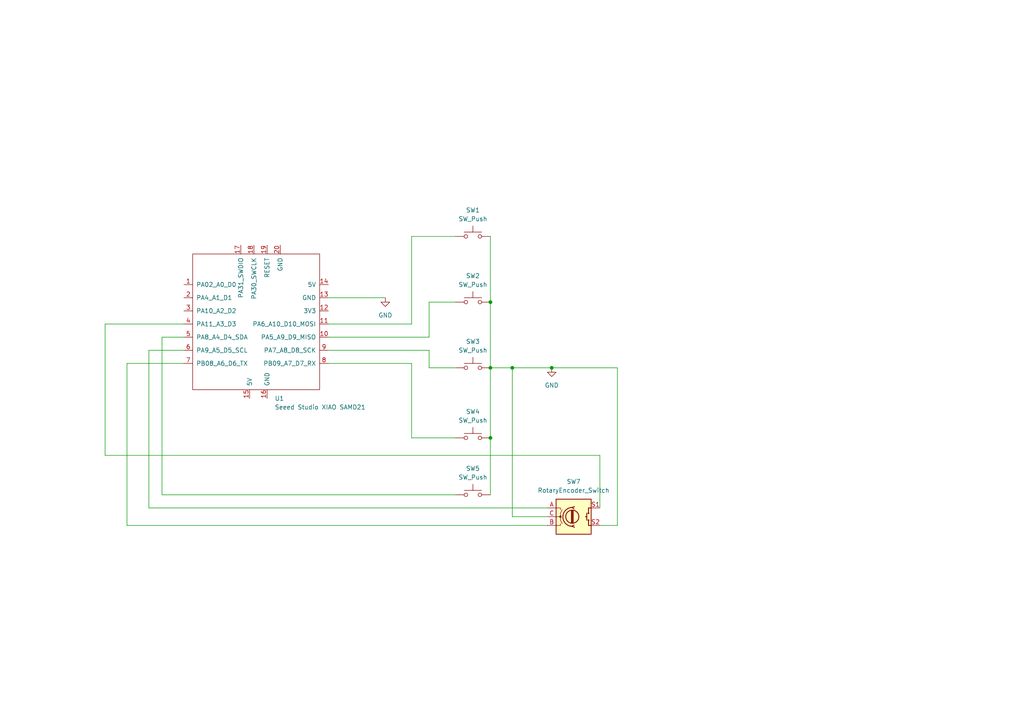
<source format=kicad_sch>
(kicad_sch (version 20231120) (generator "eeschema") (generator_version "8.0")
  (paper "A4")
  (lib_symbols
    (symbol "Device:RotaryEncoder_Switch" (pin_names (offset 0.254) hide)
      (property "Reference" "SW" (at 0 6.604 0))
      (property "Value" "RotaryEncoder_Switch" (at 0 -6.604 0))
      (symbol "RotaryEncoder_Switch_0_1"
        (rectangle (start -5.08 5.08) (end 5.08 -5.08) (stroke (width 0.254)) (fill (type background)))
        (circle (center -3.81 0) (radius 0.254) (fill (type outline)))
        (circle (center -0.381 0) (radius 1.905) (stroke (width 0.254)))
        (arc (start -0.381 2.667) (mid -3.0988 -0.0635) (end -0.381 -2.794) (stroke (width 0.254)))
        (polyline (pts (xy -0.635 -1.778) (xy -0.635 1.778)) (stroke (width 0.254)))
        (polyline (pts (xy -0.381 -1.778) (xy -0.381 1.778)) (stroke (width 0.254)))
        (polyline (pts (xy -0.127 1.778) (xy -0.127 -1.778)) (stroke (width 0.254)))
        (polyline (pts (xy 3.81 0) (xy 3.429 0)) (stroke (width 0.254)))
        (polyline (pts (xy 3.81 1.016) (xy 3.81 -1.016)) (stroke (width 0.254)))
        (polyline (pts (xy -5.08 -2.54) (xy -3.81 -2.54) (xy -3.81 -2.032)))
        (polyline (pts (xy -5.08 2.54) (xy -3.81 2.54) (xy -3.81 2.032)))
        (polyline (pts (xy 0.254 -3.048) (xy -0.508 -2.794) (xy 0.127 -2.413)) (stroke (width 0.254)))
        (polyline (pts (xy 0.254 2.921) (xy -0.508 2.667) (xy 0.127 2.286)) (stroke (width 0.254)))
        (polyline (pts (xy 5.08 -2.54) (xy 4.318 -2.54) (xy 4.318 -1.016)) (stroke (width 0.254)))
        (polyline (pts (xy 5.08 2.54) (xy 4.318 2.54) (xy 4.318 1.016)) (stroke (width 0.254)))
        (polyline (pts (xy -5.08 0) (xy -3.81 0) (xy -3.81 -1.016) (xy -3.302 -2.032)))
        (polyline (pts (xy -4.318 0) (xy -3.81 0) (xy -3.81 1.016) (xy -3.302 2.032)))
        (circle (center 4.318 -1.016) (radius 0.127) (stroke (width 0.254)))
        (circle (center 4.318 1.016) (radius 0.127) (stroke (width 0.254)))
      )
      (symbol "RotaryEncoder_Switch_1_1"
        (pin passive line (at -7.62 2.54 0) (length 2.54) (name "A") (number "A"))
        (pin passive line (at -7.62 -2.54 0) (length 2.54) (name "B") (number "B"))
        (pin passive line (at -7.62 0 0) (length 2.54) (name "C") (number "C"))
        (pin passive line (at 7.62 2.54 180) (length 2.54) (name "S1") (number "S1"))
        (pin passive line (at 7.62 -2.54 180) (length 2.54) (name "S2") (number "S2"))
      )
    )
    (symbol "Seeed_Studio_XIAO_Series:Seeed Studio XIAO SAMD21" (pin_names (offset 1.016))
      (property "Reference" "U" (at -19.05 22.86 0))
      (property "Value" "Seeed Studio XIAO SAMD21" (at -12.7 21.59 0))
      (symbol "Seeed Studio XIAO SAMD21_0_1"
        (rectangle (start -19.05 20.32) (end 17.78 -19.05))
      )
      (symbol "Seeed Studio XIAO SAMD21_1_1"
        (pin unspecified line (at -21.59 11.43 0) (length 2.54) (name "PA02_A0_D0") (number "1"))
        (pin unspecified line (at 20.32 -3.81 180) (length 2.54) (name "PA5_A9_D9_MISO") (number "10"))
        (pin unspecified line (at 20.32 0 180) (length 2.54) (name "PA6_A10_D10_MOSI") (number "11"))
        (pin unspecified line (at 20.32 3.81 180) (length 2.54) (name "3V3") (number "12"))
        (pin unspecified line (at 20.32 7.62 180) (length 2.54) (name "GND") (number "13"))
        (pin unspecified line (at 20.32 11.43 180) (length 2.54) (name "5V") (number "14"))
        (pin input line (at -2.54 -21.59 90) (length 2.54) (name "5V") (number "15"))
        (pin input line (at 2.54 -21.59 90) (length 2.54) (name "GND") (number "16"))
        (pin input line (at -5.08 22.86 270) (length 2.54) (name "PA31_SWDIO") (number "17"))
        (pin input line (at -1.27 22.86 270) (length 2.54) (name "PA30_SWCLK") (number "18"))
        (pin input line (at 2.54 22.86 270) (length 2.54) (name "RESET") (number "19"))
        (pin unspecified line (at -21.59 7.62 0) (length 2.54) (name "PA4_A1_D1") (number "2"))
        (pin input line (at 6.35 22.86 270) (length 2.54) (name "GND") (number "20"))
        (pin unspecified line (at -21.59 3.81 0) (length 2.54) (name "PA10_A2_D2") (number "3"))
        (pin unspecified line (at -21.59 0 0) (length 2.54) (name "PA11_A3_D3") (number "4"))
        (pin unspecified line (at -21.59 -3.81 0) (length 2.54) (name "PA8_A4_D4_SDA") (number "5"))
        (pin unspecified line (at -21.59 -7.62 0) (length 2.54) (name "PA9_A5_D5_SCL") (number "6"))
        (pin unspecified line (at -21.59 -11.43 0) (length 2.54) (name "PB08_A6_D6_TX") (number "7"))
        (pin unspecified line (at 20.32 -11.43 180) (length 2.54) (name "PB09_A7_D7_RX") (number "8"))
        (pin unspecified line (at 20.32 -7.62 180) (length 2.54) (name "PA7_A8_D8_SCK") (number "9"))
      )
    )
    (symbol "Switch:SW_Push" (pin_numbers hide) (pin_names (offset 1.016) hide)
      (property "Reference" "SW" (at 1.27 2.54 0))
      (property "Value" "SW_Push" (at 0 -1.524 0))
      (symbol "SW_Push_0_1"
        (circle (center -2.032 0) (radius 0.508))
        (polyline (pts (xy 0 1.27) (xy 0 3.048)))
        (polyline (pts (xy 2.54 1.27) (xy -2.54 1.27)))
        (circle (center 2.032 0) (radius 0.508))
        (pin passive line (at -5.08 0 0) (length 2.54) (name "1") (number "1"))
        (pin passive line (at 5.08 0 180) (length 2.54) (name "2") (number "2"))
      )
    )
    (symbol "power:GND" (power) (pin_numbers hide) (pin_names (offset 0) hide)
      (property "Value" "GND" (at 0 -3.81 0))
      (symbol "GND_0_1"
        (polyline (pts (xy 0 0) (xy 0 -1.27) (xy 1.27 -1.27) (xy 0 -2.54) (xy -1.27 -1.27) (xy 0 -1.27)))
      )
      (symbol "GND_1_1"
        (pin power_in line (at 0 0 270) (length 0) (name "~") (number "1"))
      )
    )
  )
  (junction (at 142.24 106.68))
  (junction (at 148.59 106.68))
  (junction (at 142.24 87.63))
  (junction (at 160.02 106.68))
  (junction (at 142.24 127))
  (wire (pts (xy 95.25 105.41) (xy 119.38 105.41)))
  (wire (pts (xy 158.75 147.32) (xy 43.18 147.32)))
  (wire (pts (xy 142.24 127) (xy 142.24 143.51)))
  (wire (pts (xy 124.46 101.6) (xy 124.46 106.68)))
  (wire (pts (xy 53.34 97.79) (xy 46.99 97.79)))
  (wire (pts (xy 30.48 132.08) (xy 30.48 93.98)))
  (wire (pts (xy 124.46 106.68) (xy 132.08 106.68)))
  (wire (pts (xy 142.24 68.58) (xy 142.24 87.63)))
  (wire (pts (xy 119.38 127) (xy 132.08 127)))
  (wire (pts (xy 119.38 105.41) (xy 119.38 127)))
  (wire (pts (xy 43.18 147.32) (xy 43.18 101.6)))
  (wire (pts (xy 148.59 106.68) (xy 160.02 106.68)))
  (wire (pts (xy 95.25 97.79) (xy 124.46 97.79)))
  (wire (pts (xy 36.83 105.41) (xy 53.34 105.41)))
  (wire (pts (xy 142.24 106.68) (xy 148.59 106.68)))
  (wire (pts (xy 179.07 106.68) (xy 179.07 152.4)))
  (wire (pts (xy 142.24 106.68) (xy 142.24 127)))
  (wire (pts (xy 119.38 68.58) (xy 132.08 68.58)))
  (wire (pts (xy 46.99 97.79) (xy 46.99 143.51)))
  (wire (pts (xy 158.75 152.4) (xy 36.83 152.4)))
  (wire (pts (xy 95.25 86.36) (xy 111.76 86.36)))
  (wire (pts (xy 124.46 87.63) (xy 132.08 87.63)))
  (wire (pts (xy 173.99 147.32) (xy 173.99 132.08)))
  (wire (pts (xy 148.59 149.86) (xy 148.59 106.68)))
  (wire (pts (xy 179.07 152.4) (xy 173.99 152.4)))
  (wire (pts (xy 36.83 152.4) (xy 36.83 105.41)))
  (wire (pts (xy 46.99 143.51) (xy 132.08 143.51)))
  (wire (pts (xy 43.18 101.6) (xy 53.34 101.6)))
  (wire (pts (xy 142.24 87.63) (xy 142.24 106.68)))
  (wire (pts (xy 95.25 93.98) (xy 119.38 93.98)))
  (wire (pts (xy 95.25 101.6) (xy 124.46 101.6)))
  (wire (pts (xy 160.02 106.68) (xy 179.07 106.68)))
  (wire (pts (xy 124.46 97.79) (xy 124.46 87.63)))
  (wire (pts (xy 158.75 149.86) (xy 148.59 149.86)))
  (wire (pts (xy 173.99 132.08) (xy 30.48 132.08)))
  (wire (pts (xy 119.38 93.98) (xy 119.38 68.58)))
  (wire (pts (xy 30.48 93.98) (xy 53.34 93.98)))
  (symbol (lib_id "power:GND") (at 111.76 86.36 0) (unit 1)
    (property "Reference" "#PWR01" (effects (hide yes)))
    (property "Value" "GND" (at 111.76 91.44 0))
    (property "Description" "Power symbol creates a global label with name \"GND\" , ground" (effects (hide yes)))
  )
  (symbol (lib_id "Switch:SW_Push") (at 137.16 68.58 0) (unit 1)
    (property "Reference" "SW1" (at 137.16 60.96 0))
    (property "Value" "SW_Push" (at 137.16 63.5 0))
    (property "Footprint" "Button_Switch_Keyboard:SW_Cherry_MX_1.00u_PCB" (effects (hide yes)))
    (property "Description" "Push button switch, generic, two pins" (effects (hide yes)))
  )
  (symbol (lib_id "Seeed_Studio_XIAO_Series:Seeed Studio XIAO SAMD21") (at 74.93 93.98 0) (unit 1)
    (property "Reference" "U1" (at 79.6641 115.57 0) (effects (justify left)))
    (property "Value" "Seeed Studio XIAO SAMD21" (at 79.6641 118.11 0) (effects (justify left)))
    (property "Footprint" "hackpad-Library:XIAO-Generic-Thruhole-14P-2.54-21X17.8MM" (effects (hide yes)))
  )
  (symbol (lib_id "Switch:SW_Push") (at 137.16 106.68 0) (unit 1)
    (property "Reference" "SW3" (at 137.16 99.06 0))
    (property "Value" "SW_Push" (at 137.16 101.6 0))
    (property "Footprint" "Button_Switch_Keyboard:SW_Cherry_MX_1.00u_PCB" (effects (hide yes)))
    (property "Description" "Push button switch, generic, two pins" (effects (hide yes)))
  )
  (symbol (lib_id "Switch:SW_Push") (at 137.16 143.51 0) (unit 1)
    (property "Reference" "SW5" (at 137.16 135.89 0))
    (property "Value" "SW_Push" (at 137.16 138.43 0))
    (property "Footprint" "Button_Switch_Keyboard:SW_Cherry_MX_1.00u_PCB" (effects (hide yes)))
    (property "Description" "Push button switch, generic, two pins" (effects (hide yes)))
  )
  (symbol (lib_id "Device:RotaryEncoder_Switch") (at 166.37 149.86 0) (unit 1)
    (property "Reference" "SW7" (at 166.37 139.7 0))
    (property "Value" "RotaryEncoder_Switch" (at 166.37 142.24 0))
    (property "Footprint" "Rotary_Encoder:RotaryEncoder_Alps_EC11E-Switch_Vertical_H20mm" (effects (hide yes)))
    (property "Description" "Rotary encoder, dual channel, incremental quadrate outputs, with switch" (effects (hide yes)))
  )
  (symbol (lib_id "power:GND") (at 160.02 106.68 0) (unit 1)
    (property "Reference" "#PWR02" (effects (hide yes)))
    (property "Value" "GND" (at 160.02 111.76 0))
    (property "Description" "Power symbol creates a global label with name \"GND\" , ground" (effects (hide yes)))
  )
  (symbol (lib_id "Switch:SW_Push") (at 137.16 87.63 0) (unit 1)
    (property "Reference" "SW2" (at 137.16 80.01 0))
    (property "Value" "SW_Push" (at 137.16 82.55 0))
    (property "Footprint" "Button_Switch_Keyboard:SW_Cherry_MX_1.00u_PCB" (effects (hide yes)))
    (property "Description" "Push button switch, generic, two pins" (effects (hide yes)))
  )
  (symbol (lib_id "Switch:SW_Push") (at 137.16 127 0) (unit 1)
    (property "Reference" "SW4" (at 137.16 119.38 0))
    (property "Value" "SW_Push" (at 137.16 121.92 0))
    (property "Footprint" "Button_Switch_Keyboard:SW_Cherry_MX_1.00u_PCB" (effects (hide yes)))
    (property "Description" "Push button switch, generic, two pins" (effects (hide yes)))
  )
)
</source>
